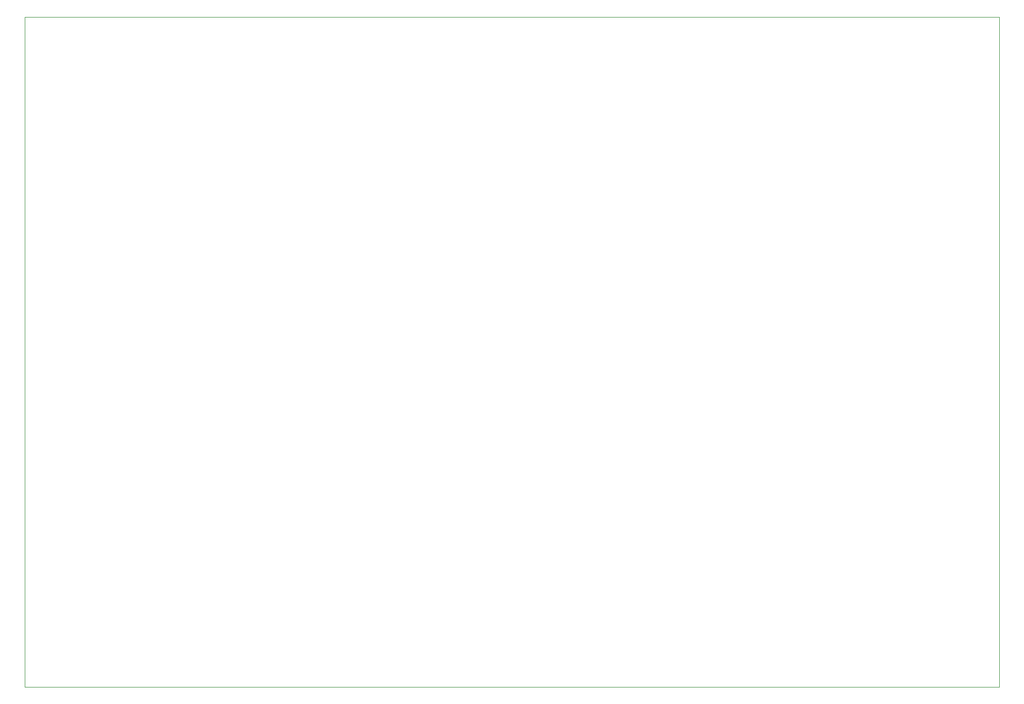
<source format=gm1>
%TF.GenerationSoftware,KiCad,Pcbnew,8.0.4*%
%TF.CreationDate,2024-09-23T00:25:40+08:00*%
%TF.ProjectId,MacroKeypad,4d616372-6f4b-4657-9970-61642e6b6963,rev?*%
%TF.SameCoordinates,Original*%
%TF.FileFunction,Profile,NP*%
%FSLAX46Y46*%
G04 Gerber Fmt 4.6, Leading zero omitted, Abs format (unit mm)*
G04 Created by KiCad (PCBNEW 8.0.4) date 2024-09-23 00:25:40*
%MOMM*%
%LPD*%
G01*
G04 APERTURE LIST*
%TA.AperFunction,Profile*%
%ADD10C,0.050000*%
%TD*%
G04 APERTURE END LIST*
D10*
X19500000Y-18500000D02*
X19500000Y-128500000D01*
X19500000Y-128500000D02*
X179500000Y-128500000D01*
X19500000Y-18500000D02*
X179500000Y-18500000D01*
X179500000Y-18500000D02*
X179500000Y-128500000D01*
M02*

</source>
